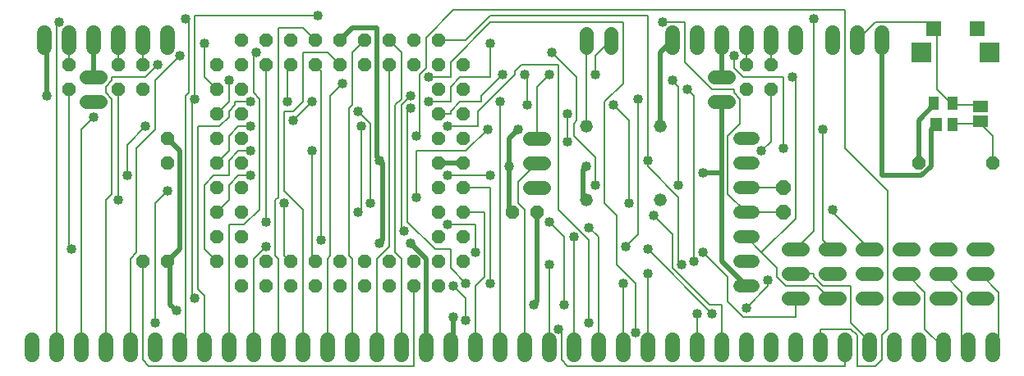
<source format=gtl>
G75*
%MOIN*%
%OFA0B0*%
%FSLAX24Y24*%
%IPPOS*%
%LPD*%
%AMOC8*
5,1,8,0,0,1.08239X$1,22.5*
%
%ADD10C,0.0600*%
%ADD11C,0.0520*%
%ADD12OC8,0.0520*%
%ADD13C,0.0560*%
%ADD14R,0.0394X0.0567*%
%ADD15R,0.0472X0.0567*%
%ADD16R,0.0630X0.0460*%
%ADD17R,0.0600X0.0600*%
%ADD18R,0.0825X0.0825*%
%ADD19C,0.0520*%
%ADD20OC8,0.0600*%
%ADD21C,0.0080*%
%ADD22C,0.0400*%
%ADD23C,0.0200*%
D10*
X000680Y000880D02*
X000680Y001480D01*
X001680Y001480D02*
X001680Y000880D01*
X002680Y000880D02*
X002680Y001480D01*
X003680Y001480D02*
X003680Y000880D01*
X004680Y000880D02*
X004680Y001480D01*
X005680Y001480D02*
X005680Y000880D01*
X006680Y000880D02*
X006680Y001480D01*
X007680Y001480D02*
X007680Y000880D01*
X008680Y000880D02*
X008680Y001480D01*
X009680Y001480D02*
X009680Y000880D01*
X010680Y000880D02*
X010680Y001480D01*
X011680Y001480D02*
X011680Y000880D01*
X012680Y000880D02*
X012680Y001480D01*
X013680Y001480D02*
X013680Y000880D01*
X014680Y000880D02*
X014680Y001480D01*
X015680Y001480D02*
X015680Y000880D01*
X016680Y000880D02*
X016680Y001480D01*
X017680Y001480D02*
X017680Y000880D01*
X018680Y000880D02*
X018680Y001480D01*
X019680Y001480D02*
X019680Y000880D01*
X020680Y000880D02*
X020680Y001480D01*
X021680Y001480D02*
X021680Y000880D01*
X022680Y000880D02*
X022680Y001480D01*
X023680Y001480D02*
X023680Y000880D01*
X024680Y000880D02*
X024680Y001480D01*
X025680Y001480D02*
X025680Y000880D01*
X026680Y000880D02*
X026680Y001480D01*
X027680Y001480D02*
X027680Y000880D01*
X028680Y000880D02*
X028680Y001480D01*
X029680Y001480D02*
X029680Y000880D01*
X030680Y000880D02*
X030680Y001480D01*
X031680Y001480D02*
X031680Y000880D01*
X032680Y000880D02*
X032680Y001480D01*
X033680Y001480D02*
X033680Y000880D01*
X034680Y000880D02*
X034680Y001480D01*
X035680Y001480D02*
X035680Y000880D01*
X036680Y000880D02*
X036680Y001480D01*
X037680Y001480D02*
X037680Y000880D01*
X038680Y000880D02*
X038680Y001480D01*
X039680Y001480D02*
X039680Y000880D01*
X035180Y013380D02*
X035180Y013980D01*
X034180Y013980D02*
X034180Y013380D01*
X033180Y013380D02*
X033180Y013980D01*
X031680Y013980D02*
X031680Y013380D01*
X030680Y013380D02*
X030680Y013980D01*
X029680Y013980D02*
X029680Y013380D01*
X028680Y013380D02*
X028680Y013980D01*
X027680Y013980D02*
X027680Y013380D01*
X026680Y013380D02*
X026680Y013980D01*
X006180Y013980D02*
X006180Y013380D01*
X005180Y013380D02*
X005180Y013980D01*
X004180Y013980D02*
X004180Y013380D01*
X003180Y013380D02*
X003180Y013980D01*
X002180Y013980D02*
X002180Y013380D01*
X001180Y013380D02*
X001180Y013980D01*
D11*
X023180Y010180D03*
X026180Y010180D03*
X026180Y007180D03*
X023180Y007180D03*
D12*
X021180Y006680D03*
X020180Y006680D03*
X018180Y006680D03*
X017180Y006680D03*
X017180Y007680D03*
X018180Y007680D03*
X018180Y008680D03*
X017180Y008680D03*
X017180Y009680D03*
X018180Y009680D03*
X018180Y010680D03*
X017180Y010680D03*
X017180Y011680D03*
X018180Y011680D03*
X018180Y012680D03*
X017180Y012680D03*
X016180Y012680D03*
X015180Y012680D03*
X014180Y012680D03*
X013180Y012680D03*
X012180Y012680D03*
X011180Y012680D03*
X010180Y012680D03*
X009180Y012680D03*
X008180Y012680D03*
X009180Y013680D03*
X010180Y013680D03*
X011180Y013680D03*
X012180Y013680D03*
X013180Y013680D03*
X014180Y013680D03*
X015180Y013680D03*
X016180Y013680D03*
X017180Y013680D03*
X009180Y011680D03*
X008180Y011680D03*
X008180Y010680D03*
X009180Y010680D03*
X009180Y009680D03*
X008180Y009680D03*
X006180Y009680D03*
X006180Y008680D03*
X008180Y008680D03*
X009180Y008680D03*
X009180Y007680D03*
X008180Y007680D03*
X008180Y006680D03*
X009180Y006680D03*
X009180Y005680D03*
X008180Y005680D03*
X008180Y004680D03*
X009180Y004680D03*
X010180Y004680D03*
X011180Y004680D03*
X012180Y004680D03*
X013180Y004680D03*
X014180Y004680D03*
X015180Y004680D03*
X016180Y004680D03*
X017180Y004680D03*
X018180Y004680D03*
X018180Y005680D03*
X017180Y005680D03*
X017180Y003680D03*
X016180Y003680D03*
X015180Y003680D03*
X014180Y003680D03*
X013180Y003680D03*
X012180Y003680D03*
X011180Y003680D03*
X010180Y003680D03*
X009180Y003680D03*
X006180Y004680D03*
X005180Y004680D03*
X005180Y011680D03*
X004180Y011680D03*
X002180Y011680D03*
X002180Y012680D03*
X004180Y012680D03*
X005180Y012680D03*
X029680Y012680D03*
X030680Y012680D03*
X030680Y011680D03*
X029680Y011680D03*
X036680Y008680D03*
X039680Y008680D03*
D13*
X039460Y005180D02*
X038900Y005180D01*
X037960Y005180D02*
X037400Y005180D01*
X036460Y005180D02*
X035900Y005180D01*
X034960Y005180D02*
X034400Y005180D01*
X033460Y005180D02*
X032900Y005180D01*
X031960Y005180D02*
X031400Y005180D01*
X031400Y004180D02*
X031960Y004180D01*
X032900Y004180D02*
X033460Y004180D01*
X034400Y004180D02*
X034960Y004180D01*
X035900Y004180D02*
X036460Y004180D01*
X037400Y004180D02*
X037960Y004180D01*
X038900Y004180D02*
X039460Y004180D01*
X039460Y003180D02*
X038900Y003180D01*
X037960Y003180D02*
X037400Y003180D01*
X036460Y003180D02*
X035900Y003180D01*
X034960Y003180D02*
X034400Y003180D01*
X033460Y003180D02*
X032900Y003180D01*
X031960Y003180D02*
X031400Y003180D01*
X021460Y007680D02*
X020900Y007680D01*
X020900Y008680D02*
X021460Y008680D01*
X021460Y009680D02*
X020900Y009680D01*
X028400Y011180D02*
X028960Y011180D01*
X028960Y012180D02*
X028400Y012180D01*
X024180Y013400D02*
X024180Y013960D01*
X023180Y013960D02*
X023180Y013400D01*
X003460Y012180D02*
X002900Y012180D01*
X002900Y011180D02*
X003460Y011180D01*
D14*
X037306Y011113D03*
X038054Y011113D03*
X038054Y010247D03*
D15*
X037385Y010247D03*
D16*
X039180Y010380D03*
X039180Y010980D03*
D17*
X039065Y014170D03*
X037295Y014170D03*
D18*
X036800Y013190D03*
X039560Y013190D03*
D19*
X029940Y009680D02*
X029420Y009680D01*
X029420Y008680D02*
X029940Y008680D01*
X029940Y007680D02*
X029420Y007680D01*
X029420Y006680D02*
X029940Y006680D01*
X029940Y005680D02*
X029420Y005680D01*
X029420Y004680D02*
X029940Y004680D01*
X029940Y003680D02*
X029420Y003680D01*
D20*
X031180Y006680D03*
X031180Y007680D03*
D21*
X029680Y007680D01*
X028930Y007430D02*
X029680Y006680D01*
X031180Y006680D01*
X031680Y006430D02*
X030305Y005055D01*
X029680Y005680D01*
X030305Y005055D02*
X030930Y004430D01*
X030930Y004055D01*
X031305Y003680D01*
X032555Y003680D01*
X033055Y003180D01*
X033180Y003180D01*
X032805Y003680D02*
X033930Y003680D01*
X033930Y002180D01*
X034680Y001430D01*
X034680Y001180D01*
X033680Y001180D02*
X033680Y000430D01*
X022430Y000430D01*
X022180Y000680D01*
X022180Y001805D01*
X022055Y001930D01*
X023305Y002180D02*
X023305Y005555D01*
X022055Y006805D01*
X022055Y012680D01*
X020555Y012680D01*
X020305Y012430D01*
X020305Y012305D01*
X018805Y010805D01*
X018805Y010180D01*
X017555Y010180D01*
X016430Y009930D02*
X016430Y012305D01*
X016680Y012555D01*
X016680Y013805D01*
X017805Y014930D01*
X033680Y014930D01*
X033680Y009305D01*
X035430Y007555D01*
X035430Y001930D01*
X035180Y001680D01*
X035180Y000680D01*
X034930Y000430D01*
X034180Y000430D01*
X034180Y001680D01*
X033930Y001930D01*
X032680Y001930D01*
X032680Y001180D01*
X031680Y002430D02*
X029555Y002430D01*
X028930Y003055D01*
X028930Y004055D01*
X027930Y005055D01*
X027555Y004680D02*
X027555Y011430D01*
X027305Y011680D01*
X026930Y011805D02*
X026930Y007805D01*
X026930Y007305D02*
X025680Y008555D01*
X025680Y008805D01*
X025680Y014680D01*
X019305Y014680D01*
X018305Y013680D01*
X017180Y013680D01*
X015680Y013180D02*
X015680Y011305D01*
X015430Y011055D01*
X015430Y005055D01*
X015680Y004805D01*
X015680Y001180D01*
X014680Y001180D02*
X014680Y004805D01*
X015180Y005305D01*
X015180Y012680D01*
X015680Y013180D02*
X015180Y013680D01*
X014180Y013680D02*
X013680Y013180D01*
X013680Y011055D01*
X013555Y010930D01*
X013555Y004930D01*
X013680Y004805D01*
X013680Y001180D01*
X012680Y001180D02*
X012680Y004805D01*
X012805Y004930D01*
X012805Y011430D01*
X013305Y011930D01*
X012430Y012430D02*
X012430Y005555D01*
X011180Y004680D02*
X010930Y004930D01*
X010930Y007055D01*
X010680Y007305D02*
X010555Y007180D01*
X010555Y004930D01*
X010680Y004805D01*
X010680Y001180D01*
X011680Y001180D02*
X011680Y006805D01*
X010930Y007555D01*
X010930Y010805D01*
X011305Y010805D01*
X011680Y011180D01*
X011680Y013180D01*
X012680Y013180D01*
X013180Y012680D01*
X012430Y012430D02*
X012180Y012680D01*
X011180Y012680D02*
X011055Y012555D01*
X011055Y011180D01*
X011305Y010430D02*
X012055Y011180D01*
X013930Y010805D02*
X014430Y010305D01*
X014430Y007055D01*
X014055Y006805D02*
X014055Y010180D01*
X015930Y010805D02*
X015930Y006305D01*
X017055Y005180D01*
X017680Y005180D01*
X017680Y004430D01*
X018305Y003805D01*
X018680Y003680D02*
X018680Y001180D01*
X019680Y001180D02*
X019680Y011180D01*
X018930Y011180D02*
X018930Y011430D01*
X019805Y012305D01*
X019305Y012180D02*
X019305Y013555D01*
X019305Y014430D02*
X017680Y012805D01*
X017680Y012180D01*
X016805Y012180D01*
X017680Y011805D02*
X018055Y012180D01*
X019305Y012180D01*
X020680Y012305D02*
X020805Y012180D01*
X020805Y011055D01*
X022430Y010680D02*
X022430Y009555D01*
X022680Y009805D02*
X023555Y008930D01*
X023555Y007805D01*
X023930Y007055D02*
X024430Y006555D01*
X024430Y004555D01*
X025180Y003805D01*
X025180Y001805D01*
X024680Y001180D02*
X024680Y003805D01*
X025680Y004180D02*
X025680Y001180D01*
X023680Y001180D02*
X023680Y005680D01*
X023305Y006055D01*
X022680Y005680D02*
X022680Y001180D01*
X021680Y001180D02*
X021680Y004555D01*
X019305Y003805D02*
X019305Y007680D01*
X018180Y007680D01*
X017555Y008180D02*
X019305Y008180D01*
X020430Y007930D02*
X020430Y007055D01*
X020680Y006805D01*
X020680Y001180D01*
X018305Y002305D02*
X018305Y003180D01*
X017805Y003680D01*
X018680Y003680D02*
X019055Y004055D01*
X019055Y006680D01*
X018180Y006680D01*
X018680Y006180D02*
X017555Y006180D01*
X018680Y006180D02*
X018680Y005055D01*
X015805Y005930D02*
X015680Y006055D01*
X015680Y011055D01*
X016055Y011430D01*
X016805Y011180D02*
X017680Y011180D01*
X017680Y011805D01*
X018055Y011180D02*
X018930Y011180D01*
X018055Y011180D02*
X017680Y010805D01*
X017680Y010680D01*
X017180Y010680D01*
X016055Y010930D02*
X015930Y010805D01*
X016430Y009930D02*
X016305Y009805D01*
X016305Y009180D02*
X016305Y007305D01*
X014055Y006805D02*
X013930Y006680D01*
X010680Y007305D02*
X010680Y014180D01*
X011680Y014180D01*
X012180Y013680D01*
X010180Y012680D02*
X010180Y006305D01*
X009930Y006805D02*
X009305Y006180D01*
X008680Y006180D01*
X008680Y001180D01*
X009680Y001180D02*
X009680Y004805D01*
X010180Y005305D01*
X008180Y004680D02*
X007680Y005180D01*
X007680Y007805D01*
X008055Y008180D01*
X008680Y008180D01*
X008680Y008805D01*
X009055Y009180D01*
X009555Y009180D01*
X008680Y009180D02*
X008680Y009805D01*
X009055Y010180D01*
X009555Y010180D01*
X008680Y010555D02*
X008305Y010180D01*
X007430Y010180D01*
X007430Y003555D01*
X007680Y003305D01*
X007680Y001180D01*
X006930Y001430D02*
X006680Y001180D01*
X006930Y001430D02*
X006930Y011430D01*
X007055Y011555D01*
X007055Y014430D01*
X006930Y014555D01*
X007305Y014680D02*
X007305Y011305D01*
X007180Y011180D01*
X007180Y003305D01*
X007305Y003180D01*
X005680Y002180D02*
X005680Y007055D01*
X006180Y007555D01*
X004555Y008180D02*
X004555Y009430D01*
X005305Y010180D01*
X005680Y010055D02*
X004930Y009305D01*
X004930Y005055D01*
X004680Y004805D01*
X004680Y001180D01*
X003680Y001180D02*
X003680Y007180D01*
X003930Y007430D01*
X003930Y011305D01*
X003680Y011555D01*
X003680Y011805D01*
X003930Y012055D01*
X003930Y012180D01*
X005305Y012180D01*
X005805Y012680D01*
X005180Y012680D02*
X005180Y013680D01*
X004180Y013680D02*
X004180Y012680D01*
X005680Y012055D02*
X005680Y010055D01*
X003180Y010555D02*
X002680Y010055D01*
X002680Y001180D01*
X001680Y001180D02*
X001680Y014305D01*
X001805Y014430D01*
X002180Y013680D02*
X002180Y012680D01*
X002180Y011680D02*
X002180Y005305D01*
X002305Y005180D01*
X005180Y004680D02*
X005180Y000680D01*
X005430Y000430D01*
X016180Y000430D01*
X016180Y003680D01*
X012180Y004680D02*
X012055Y004805D01*
X012055Y009180D01*
X009555Y008180D02*
X009055Y008180D01*
X008680Y007805D01*
X008680Y007180D01*
X008180Y006680D01*
X009930Y006805D02*
X009930Y011305D01*
X009680Y011555D01*
X009680Y013055D01*
X009805Y013180D01*
X007680Y013555D02*
X007680Y012180D01*
X008180Y011680D01*
X008680Y012055D02*
X008680Y011180D01*
X008180Y010680D01*
X008680Y010555D02*
X008680Y010805D01*
X008930Y011055D01*
X008930Y011180D01*
X009555Y011180D01*
X006680Y013055D02*
X005680Y012055D01*
X004180Y011680D02*
X004180Y007180D01*
X008180Y008680D02*
X008680Y009180D01*
X016305Y009180D02*
X018305Y009180D01*
X019180Y010055D01*
X021180Y009680D02*
X021180Y011805D01*
X021680Y012305D01*
X021805Y013180D02*
X022805Y012180D01*
X022805Y010430D01*
X022680Y010305D01*
X022680Y009805D01*
X023180Y010180D02*
X023180Y013680D01*
X023555Y013055D02*
X024180Y013680D01*
X023555Y013055D02*
X023555Y012305D01*
X023930Y011180D02*
X024680Y011930D01*
X024680Y014430D01*
X019305Y014430D01*
X026305Y014430D02*
X027180Y014430D01*
X027180Y012805D01*
X028305Y011680D01*
X029180Y011680D01*
X029180Y011555D01*
X029430Y011305D01*
X029430Y010305D01*
X028930Y009805D01*
X028930Y007430D01*
X026930Y007305D02*
X026930Y004680D01*
X027055Y004555D01*
X026680Y004430D02*
X028180Y002930D01*
X028680Y002930D01*
X028680Y001180D01*
X027680Y001180D02*
X027680Y002555D01*
X028305Y002555D02*
X025680Y005180D01*
X025305Y005805D02*
X024805Y005305D01*
X025305Y005805D02*
X025305Y011305D01*
X024930Y010430D02*
X024305Y011055D01*
X023930Y011180D02*
X023930Y007055D01*
X024930Y007055D02*
X024930Y010430D01*
X026680Y012055D02*
X026930Y011805D01*
X029180Y012555D02*
X029555Y012180D01*
X031180Y012180D01*
X031180Y009305D01*
X030680Y009555D02*
X030680Y011680D01*
X031555Y012180D02*
X031680Y012055D01*
X031680Y006430D01*
X032430Y005930D02*
X032430Y014555D01*
X030680Y013680D02*
X030680Y012680D01*
X029680Y012680D02*
X029680Y013680D01*
X029180Y013055D02*
X029180Y012555D01*
X034180Y013680D02*
X034930Y014430D01*
X037180Y014430D01*
X037180Y014180D01*
X037295Y014170D01*
X037305Y014055D01*
X037430Y013930D01*
X037430Y011680D01*
X037930Y011180D01*
X038054Y011113D01*
X038055Y011055D01*
X039180Y011055D01*
X039180Y010980D01*
X039180Y010380D02*
X039180Y010305D01*
X039680Y009805D01*
X039680Y008680D01*
X039180Y010305D02*
X038055Y010305D01*
X038054Y010247D01*
X032805Y010055D02*
X032805Y005555D01*
X033180Y005180D01*
X033180Y006680D02*
X034680Y005180D01*
X032430Y005930D02*
X031680Y005180D01*
X031680Y004180D02*
X032430Y004180D01*
X032430Y004055D01*
X032805Y003680D01*
X031680Y003180D02*
X031680Y002430D01*
X030555Y003680D02*
X029680Y002805D01*
X030555Y003680D02*
X030555Y003930D01*
X026680Y004430D02*
X026680Y005805D01*
X025930Y006555D01*
X022305Y005680D02*
X022305Y002930D01*
X022305Y005680D02*
X021680Y006305D01*
X020430Y007930D02*
X021180Y008680D01*
X030305Y009180D02*
X030680Y009555D01*
X033180Y006805D02*
X033180Y006680D01*
X036180Y004180D02*
X036930Y003430D01*
X036930Y001930D01*
X037680Y001180D01*
X038430Y001430D02*
X038680Y001180D01*
X038430Y001430D02*
X038430Y003430D01*
X037680Y004180D01*
X039180Y004180D02*
X039930Y003430D01*
X039930Y001430D01*
X039680Y001180D01*
X012305Y014680D02*
X007305Y014680D01*
D22*
X006930Y014555D03*
X007680Y013555D03*
X006680Y013055D03*
X005805Y012680D03*
X008680Y012055D03*
X007305Y011305D03*
X009555Y011180D03*
X011055Y011180D03*
X012055Y011180D03*
X011305Y010430D03*
X009555Y010180D03*
X009555Y009180D03*
X009555Y008180D03*
X012055Y009180D03*
X014055Y010180D03*
X013930Y010805D03*
X016055Y010930D03*
X016805Y011180D03*
X016055Y011430D03*
X016805Y012180D03*
X019805Y012305D03*
X020680Y012305D03*
X021680Y012305D03*
X023555Y012305D03*
X021805Y013180D03*
X019305Y013555D03*
X025305Y011305D03*
X024305Y011055D03*
X022430Y010680D03*
X020805Y011055D03*
X019680Y011180D03*
X017555Y010180D03*
X016305Y009805D03*
X014805Y008805D03*
X017555Y008180D03*
X019305Y008180D03*
X020055Y008555D03*
X022430Y009555D03*
X020430Y010055D03*
X019180Y010055D03*
X023180Y008555D03*
X023555Y007805D03*
X024930Y007055D03*
X025930Y006555D03*
X023305Y006055D03*
X022680Y005680D03*
X021680Y006305D03*
X024805Y005305D03*
X025680Y005180D03*
X027055Y004555D03*
X027555Y004680D03*
X027930Y005055D03*
X025680Y004180D03*
X024680Y003805D03*
X022305Y002930D03*
X021055Y002930D03*
X019305Y003805D03*
X018305Y003805D03*
X017805Y003680D03*
X017805Y002430D03*
X018305Y002305D03*
X022055Y001930D03*
X023305Y002180D03*
X025180Y001805D03*
X027680Y002555D03*
X028305Y002555D03*
X029680Y002805D03*
X030555Y003930D03*
X033180Y006805D03*
X027930Y008305D03*
X026930Y007805D03*
X025680Y008805D03*
X030305Y009180D03*
X031180Y009305D03*
X032805Y010055D03*
X031555Y012180D03*
X029180Y013055D03*
X026680Y012055D03*
X027305Y011680D03*
X026305Y014430D03*
X032430Y014555D03*
X016305Y007305D03*
X014430Y007055D03*
X013930Y006680D03*
X015805Y005930D03*
X016055Y005430D03*
X014805Y005430D03*
X012430Y005555D03*
X010180Y005305D03*
X010180Y006305D03*
X010930Y007055D03*
X006180Y007555D03*
X004555Y008180D03*
X004180Y007180D03*
X002305Y005180D03*
X007305Y003180D03*
X006555Y002680D03*
X005680Y002180D03*
X017555Y006180D03*
X018680Y005055D03*
X021680Y004555D03*
X005305Y010180D03*
X003180Y010555D03*
X001305Y011430D03*
X001805Y014430D03*
X009805Y013180D03*
X013305Y011930D03*
X012305Y014680D03*
D23*
X013180Y013680D02*
X013680Y014180D01*
X014680Y014180D01*
X014680Y008930D01*
X014805Y008805D01*
X014930Y008680D01*
X014930Y005555D01*
X014805Y005430D01*
X016055Y005430D02*
X016680Y004805D01*
X016680Y001180D01*
X017680Y001180D02*
X017805Y001305D01*
X017805Y002430D01*
X021055Y002930D02*
X021180Y003055D01*
X021180Y006680D01*
X020180Y006680D02*
X020055Y006805D01*
X020055Y008555D01*
X020055Y009680D01*
X020430Y010055D01*
X018180Y008680D02*
X017180Y008680D01*
X023055Y008430D02*
X023055Y007305D01*
X023180Y007180D01*
X023055Y008430D02*
X023180Y008555D01*
X026180Y010180D02*
X026180Y013180D01*
X026680Y013680D01*
X028680Y013680D02*
X028680Y012180D01*
X028680Y011180D02*
X028680Y008305D01*
X027930Y008305D01*
X028680Y008305D02*
X028680Y004680D01*
X029680Y003680D01*
X035180Y008180D02*
X035180Y013680D01*
X037306Y011113D02*
X037305Y011055D01*
X036680Y010430D01*
X036680Y008680D01*
X036805Y008180D02*
X037180Y008555D01*
X037180Y010055D01*
X037305Y010180D01*
X037385Y010247D01*
X036805Y008180D02*
X035180Y008180D01*
X006680Y009180D02*
X006680Y005180D01*
X006180Y004680D01*
X006305Y004680D01*
X006305Y002930D01*
X006555Y002680D01*
X006680Y009180D02*
X006180Y009680D01*
X001305Y011430D02*
X001305Y013555D01*
X001180Y013680D01*
X003180Y013680D02*
X003180Y012180D01*
M02*

</source>
